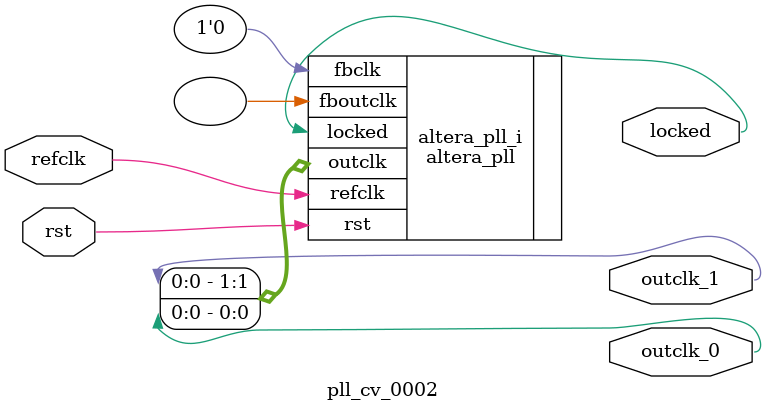
<source format=v>
`timescale 1ns/10ps
module  pll_cv_0002(

	// interface 'refclk'
	input wire refclk,

	// interface 'reset'
	input wire rst,

	// interface 'outclk0'
	output wire outclk_0,

	// interface 'outclk1'
	output wire outclk_1,

	// interface 'locked'
	output wire locked
);

	altera_pll #(
		.fractional_vco_multiplier("false"),
		.reference_clock_frequency("50.0 MHz"),
		.operation_mode("direct"),
		.number_of_clocks(2),
		.output_clock_frequency0("100.000000 MHz"),
		.phase_shift0("0 ps"),
		.duty_cycle0(50),
		.output_clock_frequency1("1.000000 MHz"),
		.phase_shift1("0 ps"),
		.duty_cycle1(50),
		.output_clock_frequency2("0 MHz"),
		.phase_shift2("0 ps"),
		.duty_cycle2(50),
		.output_clock_frequency3("0 MHz"),
		.phase_shift3("0 ps"),
		.duty_cycle3(50),
		.output_clock_frequency4("0 MHz"),
		.phase_shift4("0 ps"),
		.duty_cycle4(50),
		.output_clock_frequency5("0 MHz"),
		.phase_shift5("0 ps"),
		.duty_cycle5(50),
		.output_clock_frequency6("0 MHz"),
		.phase_shift6("0 ps"),
		.duty_cycle6(50),
		.output_clock_frequency7("0 MHz"),
		.phase_shift7("0 ps"),
		.duty_cycle7(50),
		.output_clock_frequency8("0 MHz"),
		.phase_shift8("0 ps"),
		.duty_cycle8(50),
		.output_clock_frequency9("0 MHz"),
		.phase_shift9("0 ps"),
		.duty_cycle9(50),
		.output_clock_frequency10("0 MHz"),
		.phase_shift10("0 ps"),
		.duty_cycle10(50),
		.output_clock_frequency11("0 MHz"),
		.phase_shift11("0 ps"),
		.duty_cycle11(50),
		.output_clock_frequency12("0 MHz"),
		.phase_shift12("0 ps"),
		.duty_cycle12(50),
		.output_clock_frequency13("0 MHz"),
		.phase_shift13("0 ps"),
		.duty_cycle13(50),
		.output_clock_frequency14("0 MHz"),
		.phase_shift14("0 ps"),
		.duty_cycle14(50),
		.output_clock_frequency15("0 MHz"),
		.phase_shift15("0 ps"),
		.duty_cycle15(50),
		.output_clock_frequency16("0 MHz"),
		.phase_shift16("0 ps"),
		.duty_cycle16(50),
		.output_clock_frequency17("0 MHz"),
		.phase_shift17("0 ps"),
		.duty_cycle17(50),
		.pll_type("General"),
		.pll_subtype("General")
	) altera_pll_i (
		.rst	(rst),
		.outclk	({outclk_1, outclk_0}),
		.locked	(locked),
		.fboutclk	( ),
		.fbclk	(1'b0),
		.refclk	(refclk)
	);
endmodule


</source>
